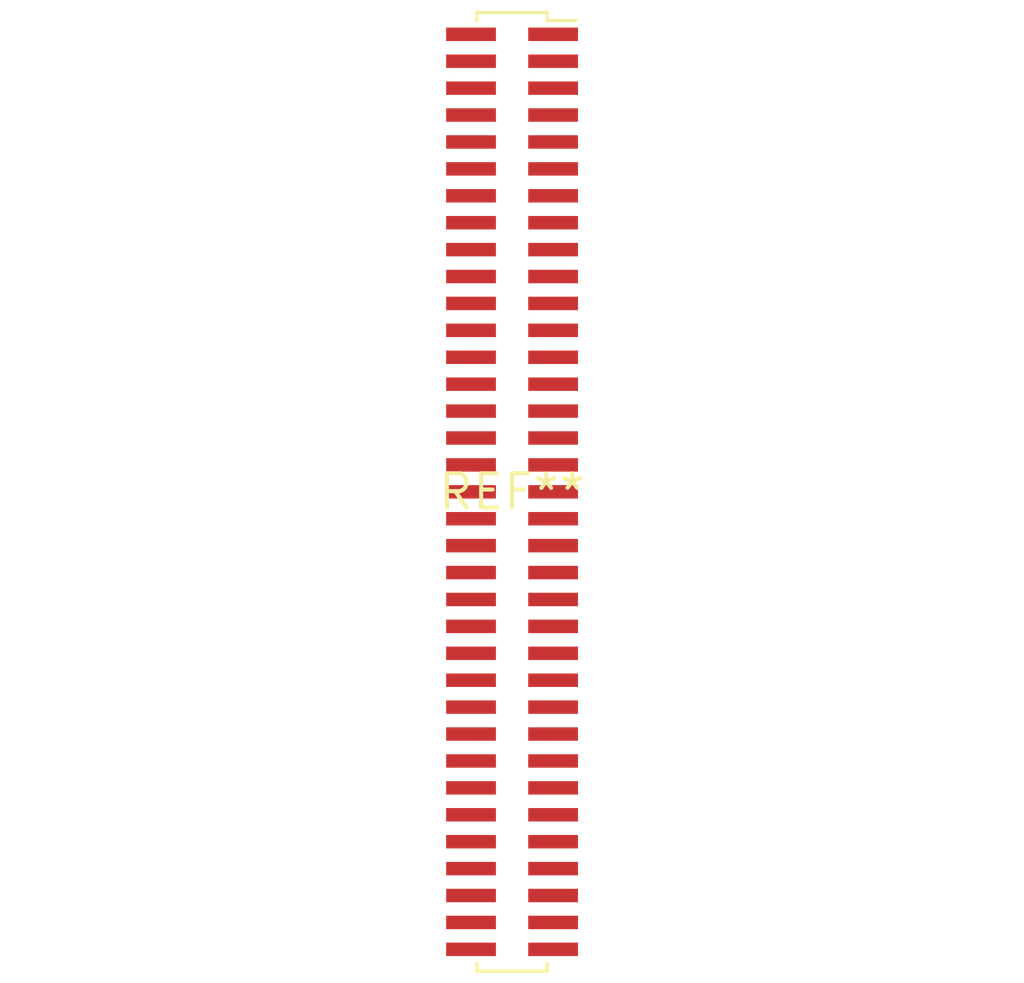
<source format=kicad_pcb>
(kicad_pcb (version 20240108) (generator pcbnew)
  (layers (0 "F.Cu" signal) (31 "B.Cu" signal) (34 "B.Paste" user) (35 "F.Paste" user) (36 "B.SilkS" user "B.Silkscreen") (37 "F.SilkS" user "F.Silkscreen") (38 "B.Mask" user) (39 "F.Mask" user) (44 "Edge.Cuts" user))
  (net 0 "")
  (footprint "PinSocket_2x35_P1.00mm_Vertical_SMD" (layer "F.Cu") (at 0 0)
    (property "Reference" "REF**")
    (property "Value" "PinSocket_2x35_P1.00mm_Vertical_SMD")
    (fp_line (start -1.31 -17.81) (end -1.31 -17.51) (layer "F.SilkS") (stroke (width 0.12)))
    (fp_line (start -1.31 -17.81) (end 1.31 -17.81) (layer "F.SilkS") (stroke (width 0.12)))
    (fp_line (start -1.31 17.51) (end -1.31 17.81) (layer "F.SilkS") (stroke (width 0.12)))
    (fp_line (start -1.31 17.81) (end 1.31 17.81) (layer "F.SilkS") (stroke (width 0.12)))
    (fp_line (start 1.31 -17.81) (end 1.31 -17.51) (layer "F.SilkS") (stroke (width 0.12)))
    (fp_line (start 1.31 -17.51) (end 2.39 -17.51) (layer "F.SilkS") (stroke (width 0.12)))
    (fp_line (start 1.31 17.51) (end 1.31 17.81) (layer "F.SilkS") (stroke (width 0.12)))
    (pad "1" smd rect (at 1.525 -17) (size 1.85 0.5) (layers "F.Cu" "F.Paste" "F.Mask"))
    (pad "2" smd rect (at -1.525 -17) (size 1.85 0.5) (layers "F.Cu" "F.Paste" "F.Mask"))
    (pad "3" smd rect (at 1.525 -16) (size 1.85 0.5) (layers "F.Cu" "F.Paste" "F.Mask"))
    (pad "4" smd rect (at -1.525 -16) (size 1.85 0.5) (layers "F.Cu" "F.Paste" "F.Mask"))
    (pad "5" smd rect (at 1.525 -15) (size 1.85 0.5) (layers "F.Cu" "F.Paste" "F.Mask"))
    (pad "6" smd rect (at -1.525 -15) (size 1.85 0.5) (layers "F.Cu" "F.Paste" "F.Mask"))
    (pad "7" smd rect (at 1.525 -14) (size 1.85 0.5) (layers "F.Cu" "F.Paste" "F.Mask"))
    (pad "8" smd rect (at -1.525 -14) (size 1.85 0.5) (layers "F.Cu" "F.Paste" "F.Mask"))
    (pad "9" smd rect (at 1.525 -13) (size 1.85 0.5) (layers "F.Cu" "F.Paste" "F.Mask"))
    (pad "10" smd rect (at -1.525 -13) (size 1.85 0.5) (layers "F.Cu" "F.Paste" "F.Mask"))
    (pad "11" smd rect (at 1.525 -12) (size 1.85 0.5) (layers "F.Cu" "F.Paste" "F.Mask"))
    (pad "12" smd rect (at -1.525 -12) (size 1.85 0.5) (layers "F.Cu" "F.Paste" "F.Mask"))
    (pad "13" smd rect (at 1.525 -11) (size 1.85 0.5) (layers "F.Cu" "F.Paste" "F.Mask"))
    (pad "14" smd rect (at -1.525 -11) (size 1.85 0.5) (layers "F.Cu" "F.Paste" "F.Mask"))
    (pad "15" smd rect (at 1.525 -10) (size 1.85 0.5) (layers "F.Cu" "F.Paste" "F.Mask"))
    (pad "16" smd rect (at -1.525 -10) (size 1.85 0.5) (layers "F.Cu" "F.Paste" "F.Mask"))
    (pad "17" smd rect (at 1.525 -9) (size 1.85 0.5) (layers "F.Cu" "F.Paste" "F.Mask"))
    (pad "18" smd rect (at -1.525 -9) (size 1.85 0.5) (layers "F.Cu" "F.Paste" "F.Mask"))
    (pad "19" smd rect (at 1.525 -8) (size 1.85 0.5) (layers "F.Cu" "F.Paste" "F.Mask"))
    (pad "20" smd rect (at -1.525 -8) (size 1.85 0.5) (layers "F.Cu" "F.Paste" "F.Mask"))
    (pad "21" smd rect (at 1.525 -7) (size 1.85 0.5) (layers "F.Cu" "F.Paste" "F.Mask"))
    (pad "22" smd rect (at -1.525 -7) (size 1.85 0.5) (layers "F.Cu" "F.Paste" "F.Mask"))
    (pad "23" smd rect (at 1.525 -6) (size 1.85 0.5) (layers "F.Cu" "F.Paste" "F.Mask"))
    (pad "24" smd rect (at -1.525 -6) (size 1.85 0.5) (layers "F.Cu" "F.Paste" "F.Mask"))
    (pad "25" smd rect (at 1.525 -5) (size 1.85 0.5) (layers "F.Cu" "F.Paste" "F.Mask"))
    (pad "26" smd rect (at -1.525 -5) (size 1.85 0.5) (layers "F.Cu" "F.Paste" "F.Mask"))
    (pad "27" smd rect (at 1.525 -4) (size 1.85 0.5) (layers "F.Cu" "F.Paste" "F.Mask"))
    (pad "28" smd rect (at -1.525 -4) (size 1.85 0.5) (layers "F.Cu" "F.Paste" "F.Mask"))
    (pad "29" smd rect (at 1.525 -3) (size 1.85 0.5) (layers "F.Cu" "F.Paste" "F.Mask"))
    (pad "30" smd rect (at -1.525 -3) (size 1.85 0.5) (layers "F.Cu" "F.Paste" "F.Mask"))
    (pad "31" smd rect (at 1.525 -2) (size 1.85 0.5) (layers "F.Cu" "F.Paste" "F.Mask"))
    (pad "32" smd rect (at -1.525 -2) (size 1.85 0.5) (layers "F.Cu" "F.Paste" "F.Mask"))
    (pad "33" smd rect (at 1.525 -1) (size 1.85 0.5) (layers "F.Cu" "F.Paste" "F.Mask"))
    (pad "34" smd rect (at -1.525 -1) (size 1.85 0.5) (layers "F.Cu" "F.Paste" "F.Mask"))
    (pad "35" smd rect (at 1.525 0) (size 1.85 0.5) (layers "F.Cu" "F.Paste" "F.Mask"))
    (pad "36" smd rect (at -1.525 0) (size 1.85 0.5) (layers "F.Cu" "F.Paste" "F.Mask"))
    (pad "37" smd rect (at 1.525 1) (size 1.85 0.5) (layers "F.Cu" "F.Paste" "F.Mask"))
    (pad "38" smd rect (at -1.525 1) (size 1.85 0.5) (layers "F.Cu" "F.Paste" "F.Mask"))
    (pad "39" smd rect (at 1.525 2) (size 1.85 0.5) (layers "F.Cu" "F.Paste" "F.Mask"))
    (pad "40" smd rect (at -1.525 2) (size 1.85 0.5) (layers "F.Cu" "F.Paste" "F.Mask"))
    (pad "41" smd rect (at 1.525 3) (size 1.85 0.5) (layers "F.Cu" "F.Paste" "F.Mask"))
    (pad "42" smd rect (at -1.525 3) (size 1.85 0.5) (layers "F.Cu" "F.Paste" "F.Mask"))
    (pad "43" smd rect (at 1.525 4) (size 1.85 0.5) (layers "F.Cu" "F.Paste" "F.Mask"))
    (pad "44" smd rect (at -1.525 4) (size 1.85 0.5) (layers "F.Cu" "F.Paste" "F.Mask"))
    (pad "45" smd rect (at 1.525 5) (size 1.85 0.5) (layers "F.Cu" "F.Paste" "F.Mask"))
    (pad "46" smd rect (at -1.525 5) (size 1.85 0.5) (layers "F.Cu" "F.Paste" "F.Mask"))
    (pad "47" smd rect (at 1.525 6) (size 1.85 0.5) (layers "F.Cu" "F.Paste" "F.Mask"))
    (pad "48" smd rect (at -1.525 6) (size 1.85 0.5) (layers "F.Cu" "F.Paste" "F.Mask"))
    (pad "49" smd rect (at 1.525 7) (size 1.85 0.5) (layers "F.Cu" "F.Paste" "F.Mask"))
    (pad "50" smd rect (at -1.525 7) (size 1.85 0.5) (layers "F.Cu" "F.Paste" "F.Mask"))
    (pad "51" smd rect (at 1.525 8) (size 1.85 0.5) (layers "F.Cu" "F.Paste" "F.Mask"))
    (pad "52" smd rect (at -1.525 8) (size 1.85 0.5) (layers "F.Cu" "F.Paste" "F.Mask"))
    (pad "53" smd rect (at 1.525 9) (size 1.85 0.5) (layers "F.Cu" "F.Paste" "F.Mask"))
    (pad "54" smd rect (at -1.525 9) (size 1.85 0.5) (layers "F.Cu" "F.Paste" "F.Mask"))
    (pad "55" smd rect (at 1.525 10) (size 1.85 0.5) (layers "F.Cu" "F.Paste" "F.Mask"))
    (pad "56" smd rect (at -1.525 10) (size 1.85 0.5) (layers "F.Cu" "F.Paste" "F.Mask"))
    (pad "57" smd rect (at 1.525 11) (size 1.85 0.5) (layers "F.Cu" "F.Paste" "F.Mask"))
    (pad "58" smd rect (at -1.525 11) (size 1.85 0.5) (layers "F.Cu" "F.Paste" "F.Mask"))
    (pad "59" smd rect (at 1.525 12) (size 1.85 0.5) (layers "F.Cu" "F.Paste" "F.Mask"))
    (pad "60" smd rect (at -1.525 12) (size 1.85 0.5) (layers "F.Cu" "F.Paste" "F.Mask"))
    (pad "61" smd rect (at 1.525 13) (size 1.85 0.5) (layers "F.Cu" "F.Paste" "F.Mask"))
    (pad "62" smd rect (at -1.525 13) (size 1.85 0.5) (layers "F.Cu" "F.Paste" "F.Mask"))
    (pad "63" smd rect (at 1.525 14) (size 1.85 0.5) (layers "F.Cu" "F.Paste" "F.Mask"))
    (pad "64" smd rect (at -1.525 14) (size 1.85 0.5) (layers "F.Cu" "F.Paste" "F.Mask"))
    (pad "65" smd rect (at 1.525 15) (size 1.85 0.5) (layers "F.Cu" "F.Paste" "F.Mask"))
    (pad "66" smd rect (at -1.525 15) (size 1.85 0.5) (layers "F.Cu" "F.Paste" "F.Mask"))
    (pad "67" smd rect (at 1.525 16) (size 1.85 0.5) (layers "F.Cu" "F.Paste" "F.Mask"))
    (pad "68" smd rect (at -1.525 16) (size 1.85 0.5) (layers "F.Cu" "F.Paste" "F.Mask"))
    (pad "69" smd rect (at 1.525 17) (size 1.85 0.5) (layers "F.Cu" "F.Paste" "F.Mask"))
    (pad "70" smd rect (at -1.525 17) (size 1.85 0.5) (layers "F.Cu" "F.Paste" "F.Mask"))
  )
)
</source>
